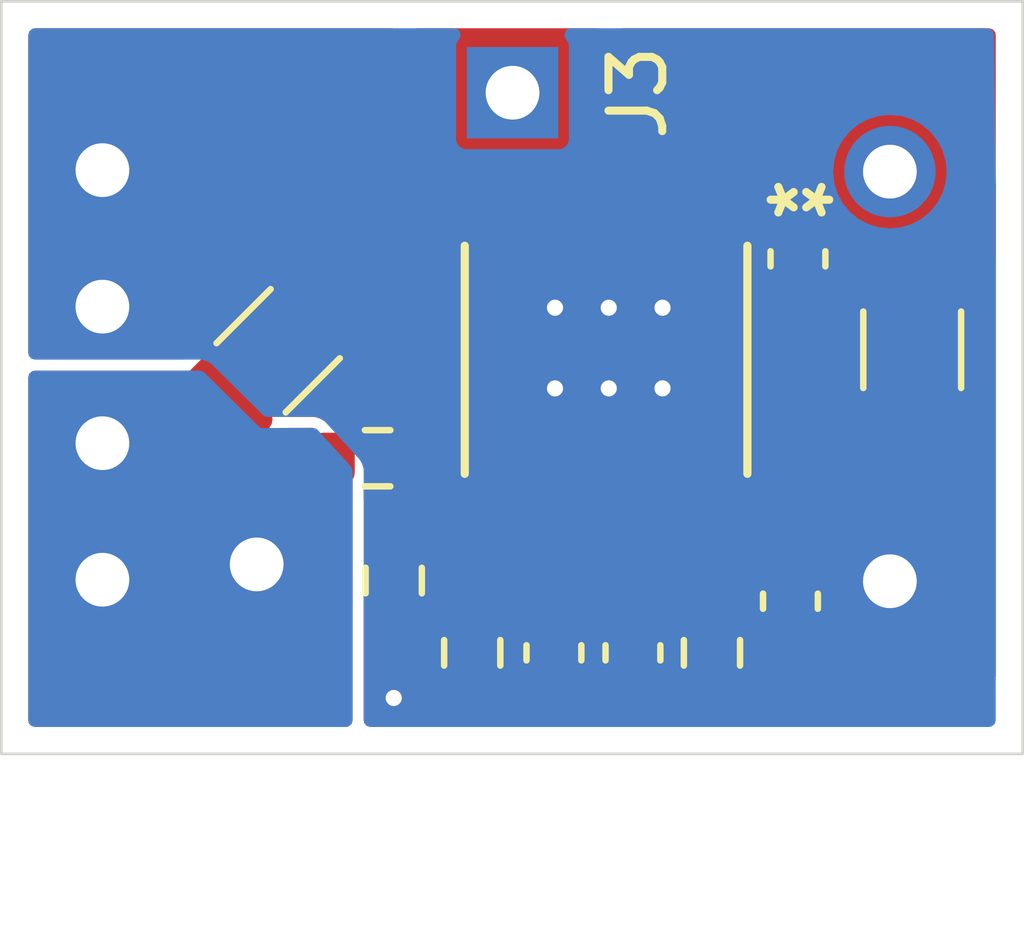
<source format=kicad_pcb>
(kicad_pcb (version 20240108) (generator "pcbnew") (generator_version "8.0")
  (layers (0 "F.Cu" signal) (31 "B.Cu" signal) (34 "B.Paste" user) (35 "F.Paste" user) (36 "B.SilkS" user "B.Silkscreen") (37 "F.SilkS" user "F.Silkscreen") (38 "B.Mask" user) (39 "F.Mask" user) (44 "Edge.Cuts" user))
  (net 0 "")
  (net 1 "Net-(U1-EN)")
  (net 2 "Net-(U1-BS)")
  (net 3 "GND")
  (net 4 "Net-(U1-COMP)")
  (net 5 "Net-(C3-Pad2)")
  (net 6 "Net-(U1-SS)")
  (net 7 "Net-(U1-FB)")
  (net 8 "vccext")
  (net 9 "VCCoutput")
  (net 10 "SWITCHED")
  (footprint "Capacitor_SMD:C_0603_1608Metric" (layer "F.Cu") (at 117.5 91.37 -90)
    (property "Reference" "C6" (hide yes))
    (property "Value" "0.1uF" (hide yes))
    (fp_line (start -0.140581 0.51) (end 0.140581 0.51) (stroke (width 0.12)) (layer "F.SilkS"))
    (fp_line (start -0.140581 -0.51) (end 0.140581 -0.51) (stroke (width 0.12)) (layer "F.SilkS"))
    (pad "1" smd roundrect (at -0.775 0 270) (size 0.9 0.95) (layers "F.Cu" "F.Paste" "F.Mask") (net 4 "Net-(U1-COMP)"))
    (pad "2" smd roundrect (at 0.775 0 270) (size 0.9 0.95) (layers "F.Cu" "F.Paste" "F.Mask") (net 3 "GND"))
  )
  (footprint "mp2307_footprint:IC8_MP2307_MNP" (layer "F.Cu") (at 116.999999 85.9183 -90)
    (property "Reference" "U1" (hide yes))
    (property "Value" "MP2307DN-LF-Z" (hide yes))
    (fp_line (start -2.1209 2.6289) (end 2.1209 2.6289) (stroke (width 0.1524)) (layer "F.SilkS"))
    (fp_line (start 2.1209 -2.6289) (end -2.1209 -2.6289) (stroke (width 0.1524)) (layer "F.SilkS"))
    (fp_text user "*" (at -2.97815 -3.6068 90) (layer "F.SilkS"))
    (fp_text user "*" (at -2.97815 -3.6068 -90) (layer "F.SilkS"))
    (pad "1" smd rect (at -2.72415 -1.905 270) (size 1.4605 0.5588) (layers "F.Cu" "F.Paste" "F.Mask") (net 2 "Net-(U1-BS)"))
    (pad "2" smd rect (at -2.72415 -0.635 270) (size 1.4605 0.5588) (layers "F.Cu" "F.Paste" "F.Mask") (net 8 "vccext"))
    (pad "3" smd rect (at -2.72415 0.635 270) (size 1.4605 0.5588) (layers "F.Cu" "F.Paste" "F.Mask") (net 10 "SWITCHED"))
    (pad "4" smd rect (at -2.72415 1.905 270) (size 1.4605 0.5588) (layers "F.Cu" "F.Paste" "F.Mask") (net 3 "GND"))
    (pad "5" smd rect (at 2.72415 1.905 270) (size 1.4605 0.5588) (layers "F.Cu" "F.Paste" "F.Mask") (net 7 "Net-(U1-FB)"))
    (pad "6" smd rect (at 2.72415 0.635 270) (size 1.4605 0.5588) (layers "F.Cu" "F.Paste" "F.Mask") (net 4 "Net-(U1-COMP)"))
    (pad "7" smd rect (at 2.72415 -0.635 270) (size 1.4605 0.5588) (layers "F.Cu" "F.Paste" "F.Mask") (net 1 "Net-(U1-EN)"))
    (pad "8" smd rect (at 2.72415 -1.905 270) (size 1.4605 0.5588) (layers "F.Cu" "F.Paste" "F.Mask") (net 6 "Net-(U1-SS)"))
    (pad "EPAD" smd rect (at 0 0 270) (size 2.6162 3.5052) (layers "F.Cu" "F.Mask") (net 3 "GND"))
  )
  (footprint "Connector_PinHeader_2.54mm:PinHeader_1x01_P2.54mm_Vertical" (layer "F.Cu") (at 115.26 80.95 -90)
    (property "Reference" "J3" (at 0 -2.33 90) (layer "F.SilkS"))
    (property "Value" "Inductor_R" (hide yes))
    (pad "1" thru_hole rect (at 0 0 270) (size 1.7 1.7) (drill 1) (layers "*.Cu" "*.Mask") (net 10 "SWITCHED"))
  )
  (footprint "Resistor_SMD:R_0603_1608Metric" (layer "F.Cu") (at 112.75 87.75 180)
    (property "Reference" "R4" (hide yes))
    (property "Value" "220" (hide yes))
    (fp_line (start -0.237258 0.5225) (end 0.237258 0.5225) (stroke (width 0.12)) (layer "F.SilkS"))
    (fp_line (start -0.237258 -0.5225) (end 0.237258 -0.5225) (stroke (width 0.12)) (layer "F.SilkS"))
    (pad "1" smd roundrect (at -0.825 0 180) (size 0.8 0.95) (layers "F.Cu" "F.Paste" "F.Mask") (net 7 "Net-(U1-FB)"))
    (pad "2" smd roundrect (at 0.825 0 180) (size 0.8 0.95) (layers "F.Cu" "F.Paste" "F.Mask") (net 9 "VCCoutput"))
  )
  (footprint "Connector_PinHeader_2.54mm:PinHeader_1x01_P2.54mm_Vertical" (layer "F.Cu") (at 110.5 89.725 -90)
    (property "Reference" "J2" (hide yes))
    (property "Value" "Inductor L" (hide yes))
    (pad "1" thru_hole rect (at 0 0 270) (size 1.7 1.7) (drill 1) (layers "*.Cu" "*.Mask") (net 9 "VCCoutput"))
  )
  (footprint "Capacitor_SMD:C_1206_3216Metric" (layer "F.Cu") (at 110.9 85.75 45)
    (property "Reference" "C2" (hide yes))
    (property "Value" "22uF" (hide yes))
    (fp_line (start -0.711252 -0.91) (end 0.711252 -0.91) (stroke (width 0.12)) (layer "F.SilkS"))
    (fp_line (start -0.711252 0.91) (end 0.711252 0.91) (stroke (width 0.12)) (layer "F.SilkS"))
    (pad "1" smd roundrect (at -1.475001 0 45) (size 1.15 1.8) (layers "F.Cu" "F.Paste" "F.Mask") (roundrect_rratio 0.217391) (net 9 "VCCoutput"))
    (pad "2" smd roundrect (at 1.475001 0 45) (size 1.15 1.8) (layers "F.Cu" "F.Paste" "F.Mask") (roundrect_rratio 0.217391) (net 3 "GND"))
  )
  (footprint "Capacitor_SMD:C_1206_3216Metric" (layer "F.Cu") (at 122.695 85.732 -90)
    (property "Reference" "C8" (hide yes))
    (property "Value" "22uF" (hide yes))
    (fp_line (start -0.711252 0.91) (end 0.711252 0.91) (stroke (width 0.12)) (layer "F.SilkS"))
    (fp_line (start -0.711252 -0.91) (end 0.711252 -0.91) (stroke (width 0.12)) (layer "F.SilkS"))
    (pad "1" smd roundrect (at -1.475001 0 270) (size 1.15 1.8) (layers "F.Cu" "F.Paste" "F.Mask") (roundrect_rratio 0.217391) (net 8 "vccext"))
    (pad "2" smd roundrect (at 1.475001 0 270) (size 1.15 1.8) (layers "F.Cu" "F.Paste" "F.Mask") (roundrect_rratio 0.217391) (net 3 "GND"))
  )
  (footprint "Resistor_SMD:R_0603_1608Metric" (layer "F.Cu") (at 113.05 90.025 -90)
    (property "Reference" "R3" (hide yes))
    (property "Value" "2.7k" (hide yes))
    (fp_line (start -0.237258 0.5225) (end 0.237258 0.5225) (stroke (width 0.12)) (layer "F.SilkS"))
    (fp_line (start -0.237258 -0.5225) (end 0.237258 -0.5225) (stroke (width 0.12)) (layer "F.SilkS"))
    (pad "1" smd roundrect (at -0.825 0 270) (size 0.8 0.95) (layers "F.Cu" "F.Paste" "F.Mask") (net 7 "Net-(U1-FB)"))
    (pad "2" smd roundrect (at 0.825 0 270) (size 0.8 0.95) (layers "F.Cu" "F.Paste" "F.Mask") (net 3 "GND"))
  )
  (footprint "Resistor_SMD:R_0603_1608Metric" (layer "F.Cu") (at 118.97 91.37 90)
    (property "Reference" "R1" (hide yes))
    (property "Value" "100k" (hide yes))
    (fp_line (start -0.237258 -0.5225) (end 0.237258 -0.5225) (stroke (width 0.12)) (layer "F.SilkS"))
    (fp_line (start -0.237258 0.5225) (end 0.237258 0.5225) (stroke (width 0.12)) (layer "F.SilkS"))
    (pad "1" smd roundrect (at -0.825 0 90) (size 0.8 0.95) (layers "F.Cu" "F.Paste" "F.Mask") (net 8 "vccext"))
    (pad "2" smd roundrect (at 0.825 0 90) (size 0.8 0.95) (layers "F.Cu" "F.Paste" "F.Mask") (net 1 "Net-(U1-EN)"))
  )
  (footprint "Resistor_SMD:R_0603_1608Metric" (layer "F.Cu") (at 114.51 91.37 -90)
    (property "Reference" "R2" (hide yes))
    (property "Value" "6.8k" (hide yes))
    (fp_line (start -0.237258 0.5225) (end 0.237258 0.5225) (stroke (width 0.12)) (layer "F.SilkS"))
    (fp_line (start -0.237258 -0.5225) (end 0.237258 -0.5225) (stroke (width 0.12)) (layer "F.SilkS"))
    (pad "1" smd roundrect (at -0.825 0 270) (size 0.8 0.95) (layers "F.Cu" "F.Paste" "F.Mask") (net 5 "Net-(C3-Pad2)"))
    (pad "2" smd roundrect (at 0.825 0 270) (size 0.8 0.95) (layers "F.Cu" "F.Paste" "F.Mask") (net 3 "GND"))
  )
  (footprint "Capacitor_SMD:C_0603_1608Metric" (layer "F.Cu") (at 116.03 91.37 -90)
    (property "Reference" "C3" (hide yes))
    (property "Value" "3.9nF" (hide yes))
    (fp_line (start -0.140581 0.51) (end 0.140581 0.51) (stroke (width 0.12)) (layer "F.SilkS"))
    (fp_line (start -0.140581 -0.51) (end 0.140581 -0.51) (stroke (width 0.12)) (layer "F.SilkS"))
    (pad "1" smd roundrect (at -0.775 0 270) (size 0.9 0.95) (layers "F.Cu" "F.Paste" "F.Mask") (net 4 "Net-(U1-COMP)"))
    (pad "2" smd roundrect (at 0.775 0 270) (size 0.9 0.95) (layers "F.Cu" "F.Paste" "F.Mask") (net 5 "Net-(C3-Pad2)"))
  )
  (footprint "Capacitor_SMD:C_0603_1608Metric" (layer "F.Cu") (at 120.43 90.41 -90)
    (property "Reference" "C4" (hide yes))
    (property "Value" "0.1uF" (hide yes))
    (fp_line (start -0.140581 0.51) (end 0.140581 0.51) (stroke (width 0.12)) (layer "F.SilkS"))
    (fp_line (start -0.140581 -0.51) (end 0.140581 -0.51) (stroke (width 0.12)) (layer "F.SilkS"))
    (pad "1" smd roundrect (at -0.775 0 270) (size 0.9 0.95) (layers "F.Cu" "F.Paste" "F.Mask") (net 6 "Net-(U1-SS)"))
    (pad "2" smd roundrect (at 0.775 0 270) (size 0.9 0.95) (layers "F.Cu" "F.Paste" "F.Mask") (net 3 "GND"))
  )
  (footprint "virtex5_buck_footprint:virtex5_buck" (layer "F.Cu") (at 114.738 95.918 -90)
    (property "Reference" "J4" (hide yes))
    (property "Value" "Conn_01x06_Pin" (hide yes))
    (pad "1" thru_hole rect (at -5.908 7.108 180) (size 1.7 1.7) (drill 1) (layers "*.Cu" "*.Mask") (net 9 "VCCoutput"))
    (pad "2" thru_hole oval (at -8.448 7.108 180) (size 1.7 1.7) (drill 1) (layers "*.Cu" "*.Mask") (net 9 "VCCoutput"))
    (pad "3" thru_hole oval (at -10.988 7.108 180) (size 1.7 1.7) (drill 1) (layers "*.Cu" "*.Mask") (net 3 "GND"))
    (pad "4" thru_hole oval (at -13.528001 7.108 180) (size 1.7 1.7) (drill 1) (layers "*.Cu" "*.Mask") (net 3 "GND"))
    (pad "5" thru_hole rect (at -5.88 -7.542 180) (size 1.7 1.7) (drill 1) (layers "*.Cu" "*.Mask") (net 3 "GND"))
    (pad "6" thru_hole oval (at -13.5 -7.542 180) (size 1.7 1.7) (drill 1) (layers "*.Cu" "*.Mask") (net 8 "vccext"))
  )
  (footprint "Capacitor_SMD:C_0603_1608Metric" (layer "F.Cu") (at 120.57 84.04 -90)
    (property "Reference" "C1" (hide yes))
    (property "Value" "10nF" (hide yes))
    (fp_line (start -0.140581 0.51) (end 0.140581 0.51) (stroke (width 0.12)) (layer "F.SilkS"))
    (fp_line (start -0.140581 -0.51) (end 0.140581 -0.51) (stroke (width 0.12)) (layer "F.SilkS"))
    (pad "1" smd roundrect (at -0.775 0 270) (size 0.9 0.95) (layers "F.Cu" "F.Paste" "F.Mask") (net 2 "Net-(U1-BS)"))
    (pad "2" smd roundrect (at 0.775 0 270) (size 0.9 0.95) (layers "F.Cu" "F.Paste" "F.Mask") (net 10 "SWITCHED"))
  )
  (gr_rect (start 105.75 79.25) (end 124.75 93.25) (stroke (width 0.05)) (fill none) (layer "Edge.Cuts"))
  (segment (start 117.889999 89.619999) (end 117.889999 88.6783) (width 0.14) (layer "F.Cu") (net 1))
  (segment (start 118.815 90.545) (end 117.889999 89.619999) (width 0.14) (layer "F.Cu") (net 1))
  (segment (start 118.97 90.545) (end 118.815 90.545) (width 0.14) (layer "F.Cu") (net 1))
  (segment (start 120.58 83.385) (end 119.095848 83.385) (width 0.14) (layer "F.Cu") (net 2))
  (segment (start 119.095848 83.385) (end 118.904998 83.19415) (width 0.14) (layer "F.Cu") (net 2))
  (via (at 116.049999 84.95) (size 0.6) (drill 0.3) (layers "F.Cu" "B.Cu") (net 3))
  (via (at 116.049999 86.45) (size 0.6) (drill 0.3) (layers "F.Cu" "B.Cu") (net 3))
  (via (at 118.049998 86.45) (size 0.6) (drill 0.3) (layers "F.Cu" "B.Cu") (net 3))
  (via (at 117.049999 84.95) (size 0.6) (drill 0.3) (layers "F.Cu" "B.Cu") (net 3))
  (via (at 117.05 86.45) (size 0.6) (drill 0.3) (layers "F.Cu" "B.Cu") (net 3))
  (via (at 118.049999 84.95) (size 0.6) (drill 0.3) (layers "F.Cu" "B.Cu") (net 3))
  (via (at 113.05 92.21) (size 0.6) (drill 0.3) (layers "F.Cu" "B.Cu") (net 3))
  (segment (start 117.5 90.595) (end 116.03 90.595) (width 0.14) (layer "F.Cu") (net 4))
  (segment (start 116.364999 90.260001) (end 116.364999 89.37415) (width 0.14) (layer "F.Cu") (net 4))
  (segment (start 116.03 90.595) (end 116.364999 90.260001) (width 0.14) (layer "F.Cu") (net 4))
  (segment (start 115.255 91.875) (end 115.255 90.805) (width 0.14) (layer "F.Cu") (net 5))
  (segment (start 116.03 92.145) (end 115.525 92.145) (width 0.14) (layer "F.Cu") (net 5))
  (segment (start 114.995 90.545) (end 114.51 90.545) (width 0.14) (layer "F.Cu") (net 5))
  (segment (start 115.525 92.145) (end 115.255 91.875) (width 0.14) (layer "F.Cu") (net 5))
  (segment (start 115.255 90.805) (end 114.995 90.545) (width 0.14) (layer "F.Cu") (net 5))
  (segment (start 119.43745 88.64245) (end 118.904998 88.64245) (width 0.14) (layer "F.Cu") (net 6))
  (segment (start 120.43 89.635) (end 119.43745 88.64245) (width 0.14) (layer "F.Cu") (net 6))
  (segment (start 113.65 87.875) (end 114.41745 88.64245) (width 0.14) (layer "F.Cu") (net 7))
  (segment (start 113.575 88.334) (end 113.575 87.75) (width 0.14) (layer "F.Cu") (net 7))
  (segment (start 114.41745 88.64245) (end 115.095 88.64245) (width 0.14) (layer "F.Cu") (net 7))
  (segment (start 113.635 87.875) (end 113.65 87.875) (width 0.14) (layer "F.Cu") (net 7))
  (segment (start 113.05 88.859) (end 113.575 88.334) (width 0.14) (layer "F.Cu") (net 7))
  (segment (start 113.05 89.2) (end 113.05 88.859) (width 0.14) (layer "F.Cu") (net 7))
  (segment (start 118.97 92.195) (end 123.775 92.195) (width 0.14) (layer "F.Cu") (net 8))
  (segment (start 122.6 82.454001) (end 122.269 82.123001) (width 0.14) (layer "F.Cu") (net 8))
  (segment (start 124.18 82.66) (end 123.938 82.418) (width 0.14) (layer "F.Cu") (net 8))
  (segment (start 124.18 91.79) (end 124.18 82.66) (width 0.14) (layer "F.Cu") (net 8))
  (segment (start 123.775 92.195) (end 124.18 91.79) (width 0.14) (layer "F.Cu") (net 8))
  (segment (start 123.938 82.418) (end 122.28 82.418) (width 0.14) (layer "F.Cu") (net 8))
  (segment (start 122.397 82.164999) (end 122.219001 81.987) (width 0.2) (layer "F.Cu") (net 8))
  (segment (start 121.905999 81.76) (end 122.269 82.123001) (width 0.14) (layer "F.Cu") (net 8))
  (segment (start 116.364999 83.664999) (end 116.364999 83.19415) (width 0.14) (layer "F.Cu") (net 10))
  (segment (start 116.94 84.24) (end 116.364999 83.664999) (width 0.14) (layer "F.Cu") (net 10))
  (segment (start 116.364999 83.19415) (end 116.364999 82.544999) (width 0.14) (layer "F.Cu") (net 10))
  (segment (start 119.995 84.24) (end 116.94 84.24) (width 0.14) (layer "F.Cu") (net 10))
  (segment (start 120.58 84.825) (end 119.995 84.24) (width 0.14) (layer "F.Cu") (net 10))
  (zone (net 10) (net_name "SWITCHED") (layer "F.Cu") (priority 5) (connect_pads (clearance 0)) (min_thickness 0.25) (fill yes (thermal_gap 0.5) (thermal_bridge_width 0.5))
    (polygon (pts (xy 116.97 83.61) (xy 116.97 79.58) (xy 116.96 79.57) (xy 113.36 79.57) (xy 113.36 81.9) (xy 113.54 82.08) (xy 115.64 82.08) (xy 115.8 82.24) (xy 115.8 83.57) (xy 115.84 83.61)))
  )
  (zone (net 8) (net_name "vccext") (layer "F.Cu") (priority 4) (connect_pads (clearance 0)) (min_thickness 0.25) (fill yes (thermal_gap 0.5) (thermal_bridge_width 0.5))
    (polygon (pts (xy 121.461 84.2) (xy 121.266262 83.064761) (xy 120.353501 82.152) (xy 118.319838 82.152) (xy 118.28 83.592145) (xy 116.495 83.602714) (xy 116.495 80.431204) (xy 116.802773 79.6) (xy 124.26 79.6) (xy 124.29 84.2)))
  )
  (zone (net 3) (net_name "GND") (layer "F.Cu") (name "boardsize") (priority 3) (connect_pads yes (clearance 0)) (min_thickness 0.25) (fill yes (thermal_gap 0.5) (thermal_bridge_width 0.5))
    (polygon (pts (xy 124.41 92.83) (xy 106.2 92.84) (xy 106.252 79.58) (xy 124.26 79.59)))
  )
  (zone (net 9) (net_name "VCCoutput") (layers "F&B.Cu") (name "boardsize") (priority 5) (connect_pads yes (clearance 0)) (min_thickness 0.25) (fill yes (thermal_gap 0.5) (thermal_bridge_width 0.5))
    (polygon (pts (xy 106.24843 86.12) (xy 109.490928 86.12) (xy 110.569789 87.18833) (xy 111.597939 87.184349) (xy 112.285 87.936127) (xy 112.285 92.84) (xy 106.19 92.82)))
  )
  (zone (net 3) (net_name "GND") (layer "B.Cu") (name "boardsize") (connect_pads yes (clearance 0)) (min_thickness 0.25) (fill yes (thermal_gap 0.5) (thermal_bridge_width 0.5))
    (polygon (pts (xy 124.21 79.59) (xy 106.252 79.59) (xy 106.21 92.81) (xy 124.38 92.85)))
  )
)
</source>
